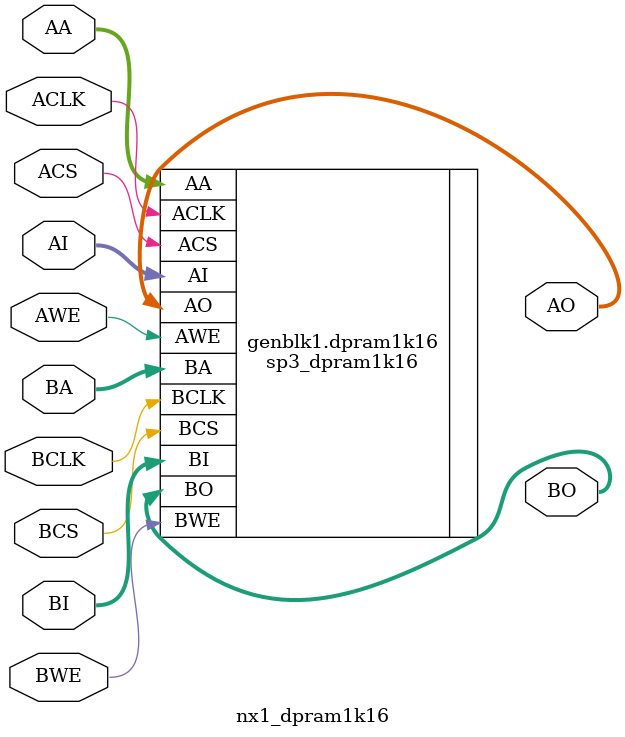
<source format=v>

module nx1_dpram1k16 #(
	parameter def_DEVICE=0		// 0=xilinx sp3 1=altera cyclone
) (
	input			ACLK,
	input	[9:0]	AA,
	input	[15:0]	AI,
	output	[15:0]	AO,
	input			ACS,
	input			AWE,
	input			BCLK,
	input	[9:0]	BA,
	input	[15:0]	BI,
	output	[15:0]	BO,
	input	BCS,
	input	BWE
);

generate
	if (def_DEVICE==0)
begin

sp3_dpram1k16 dpram1k16(
	.ACLK(ACLK),
	.AA(AA),
	.AI(AI),
	.AO(AO),
	.ACS(ACS),
	.AWE(AWE),
	.BCLK(BCLK),
	.BA(BA),
	.BI(BI),
	.BO(BO),
	.BCS(BCS),
	.BWE(BWE)
);

end
	else
begin
end
endgenerate

generate
	if (def_DEVICE==1)
begin

	wire	wren_a;
	wire	wren_b;

	assign wren_a=({ACS,AWE}==2'b11) ? 1'b1 : 1'b0;
	assign wren_b=({BCS,BWE}==2'b11) ? 1'b1 : 1'b0;

alt_altsyncram_c3dp1kx16 dpram1k16 (
	.address_a(AA),
	.address_b(BA),
	.byteena_a(2'b11),
//	.clock(ACLK),
	.clock_a(ACLK),
	.clock_b(BCLK),
	.data_a(AI),
	.data_b(BI),
	.wren_a(wren_a),
	.wren_b(wren_b),
	.q_a(AO),
	.q_b(BO)
);

end
	else
begin
end
endgenerate

endmodule

</source>
